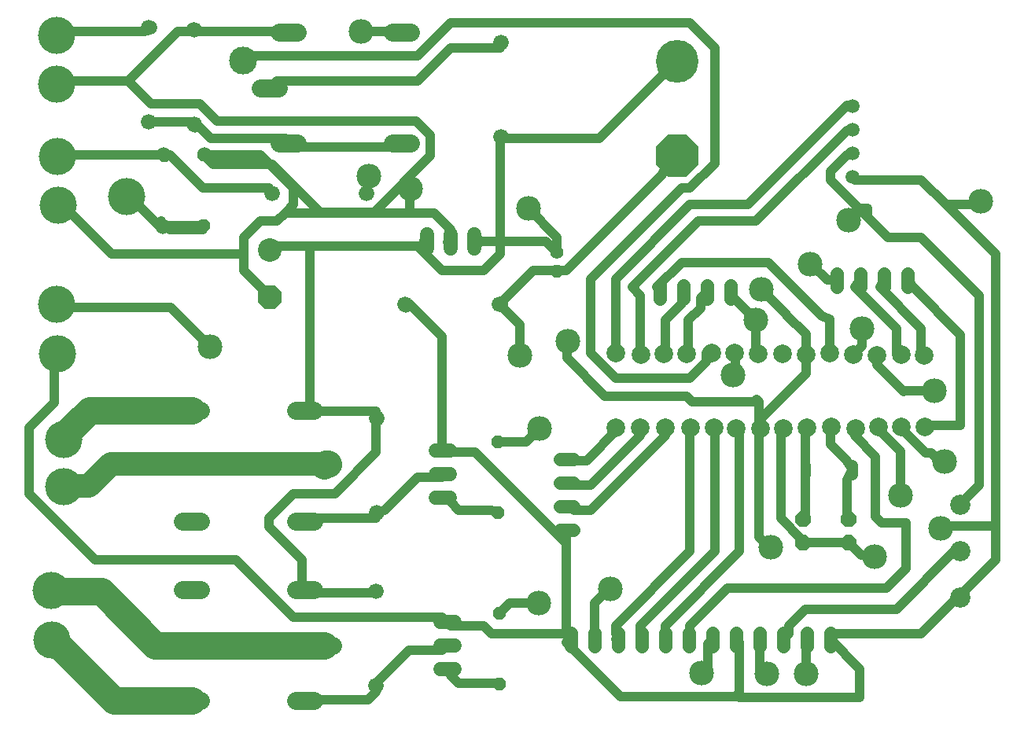
<source format=gbr>
G04 EAGLE Gerber RS-274X export*
G75*
%MOMM*%
%FSLAX34Y34*%
%LPD*%
%INBottom Copper*%
%IPPOS*%
%AMOC8*
5,1,8,0,0,1.08239X$1,22.5*%
G01*
%ADD10C,1.676400*%
%ADD11C,1.950000*%
%ADD12C,1.981200*%
%ADD13C,4.597400*%
%ADD14P,4.976180X8X292.500000*%
%ADD15C,1.524000*%
%ADD16P,1.539592X8X292.500000*%
%ADD17C,1.422400*%
%ADD18C,2.540000*%
%ADD19P,2.749271X8X292.500000*%
%ADD20R,1.298000X1.298000*%
%ADD21C,1.298000*%
%ADD22C,1.117600*%
%ADD23P,1.814519X8X292.500000*%
%ADD24C,1.508000*%
%ADD25C,1.422400*%
%ADD26P,1.429621X8X292.500000*%
%ADD27P,1.429621X8X112.500000*%
%ADD28C,2.184400*%
%ADD29C,1.016000*%
%ADD30C,2.667000*%
%ADD31C,3.000000*%
%ADD32C,2.540000*%
%ADD33C,4.000000*%
%ADD34C,3.000000*%
%ADD35C,1.206400*%
%ADD36C,2.000000*%
%ADD37C,1.000000*%
%ADD38C,1.500000*%


D10*
X226314Y813054D03*
X226314Y711454D03*
X359410Y634238D03*
X461010Y634238D03*
X275336Y810260D03*
X275336Y708660D03*
D11*
X127000Y803910D03*
X127000Y753110D03*
X127000Y673100D03*
X127000Y622300D03*
D12*
X346456Y748030D02*
X366268Y748030D01*
X366776Y688340D02*
X386588Y688340D01*
X386588Y807720D02*
X366776Y807720D01*
X488696Y807720D02*
X508508Y807720D01*
X508508Y688340D02*
X488696Y688340D01*
D13*
X795020Y776732D03*
D14*
X795020Y675132D03*
D10*
X605790Y797306D03*
X605790Y695706D03*
D15*
X526288Y590550D02*
X526288Y575310D01*
X551688Y575310D02*
X551688Y590550D01*
X577088Y590550D02*
X577088Y575310D01*
D16*
X666242Y550164D03*
D17*
X666242Y570484D03*
D18*
X356616Y573786D03*
D19*
X356616Y522986D03*
D20*
X731012Y381886D03*
D21*
X756412Y381886D03*
X781812Y381886D03*
X807212Y381886D03*
X832612Y381886D03*
X858012Y381886D03*
X883412Y381886D03*
X908812Y381886D03*
X934212Y381886D03*
X959612Y381886D03*
X985012Y381886D03*
X1010412Y381886D03*
X1035812Y381886D03*
X1061212Y381886D03*
X1061212Y460886D03*
X1035812Y460886D03*
X1010412Y460886D03*
X985012Y460886D03*
X959612Y460886D03*
X934212Y460886D03*
X908812Y460886D03*
X883412Y460886D03*
X858012Y460886D03*
X832612Y460886D03*
X807212Y460886D03*
X781812Y460886D03*
X756412Y460886D03*
X731012Y460886D03*
D10*
X502666Y515112D03*
X604266Y515112D03*
D22*
X984250Y342646D02*
X984250Y331470D01*
X933450Y331470D02*
X933450Y342646D01*
D23*
X979932Y283718D03*
X979932Y258318D03*
X930656Y283718D03*
X930656Y258318D03*
D24*
X984504Y728218D03*
X984504Y702818D03*
X984504Y677418D03*
X984504Y652018D03*
D25*
X960374Y161290D02*
X960374Y147066D01*
X934974Y147066D02*
X934974Y161290D01*
X909574Y161290D02*
X909574Y147066D01*
X884174Y147066D02*
X884174Y161290D01*
X858774Y161290D02*
X858774Y147066D01*
X807974Y147066D02*
X807974Y161290D01*
X833374Y161290D02*
X833374Y147066D01*
X680974Y147066D02*
X680974Y161290D01*
X782574Y161290D02*
X782574Y147066D01*
X757174Y147066D02*
X757174Y161290D01*
X731774Y161290D02*
X731774Y147066D01*
X706374Y147066D02*
X706374Y161290D01*
D11*
X129540Y464820D03*
X129540Y515620D03*
X131826Y369824D03*
X131826Y319024D03*
D12*
X405130Y341376D02*
X424942Y341376D01*
X404622Y401066D02*
X384810Y401066D01*
X384810Y281686D02*
X404622Y281686D01*
X282702Y281686D02*
X262890Y281686D01*
X262890Y401066D02*
X282702Y401066D01*
D26*
X601980Y367030D03*
X601980Y290830D03*
D10*
X472186Y290830D03*
X472186Y392430D03*
D15*
X535178Y306324D02*
X550418Y306324D01*
X550418Y331724D02*
X535178Y331724D01*
X535178Y357124D02*
X550418Y357124D01*
D27*
X285496Y599694D03*
X285496Y675894D03*
D26*
X243586Y675386D03*
X243586Y599186D03*
D11*
X122174Y154940D03*
X122174Y205740D03*
D12*
X405130Y147828D02*
X424942Y147828D01*
X404622Y207518D02*
X384810Y207518D01*
X384810Y88138D02*
X404622Y88138D01*
X282702Y88138D02*
X262890Y88138D01*
X262890Y207518D02*
X282702Y207518D01*
D10*
X471424Y104394D03*
X471424Y205994D03*
D15*
X540512Y122428D02*
X555752Y122428D01*
X555752Y147828D02*
X540512Y147828D01*
X540512Y173228D02*
X555752Y173228D01*
D26*
X604266Y182372D03*
X604266Y106172D03*
D25*
X669036Y272288D02*
X683260Y272288D01*
X683260Y297688D02*
X669036Y297688D01*
X669036Y323088D02*
X683260Y323088D01*
X683260Y348488D02*
X669036Y348488D01*
X966978Y533908D02*
X966978Y548132D01*
X992378Y548132D02*
X992378Y533908D01*
X1017778Y533908D02*
X1017778Y548132D01*
X1043178Y548132D02*
X1043178Y533908D01*
X852678Y535432D02*
X852678Y521208D01*
X827278Y521208D02*
X827278Y535432D01*
X801878Y535432D02*
X801878Y521208D01*
X776478Y521208D02*
X776478Y535432D01*
D28*
X1100074Y299174D03*
X1100074Y249174D03*
X1100074Y199174D03*
D29*
X222250Y808990D02*
X133350Y808990D01*
X222250Y808990D02*
X226314Y813054D01*
X133350Y808990D02*
X127000Y803910D01*
X133350Y675640D02*
X240030Y675640D01*
X243586Y675386D01*
X133350Y675640D02*
X127000Y673100D01*
X284480Y640080D02*
X355600Y640080D01*
X284480Y640080D02*
X248920Y675640D01*
X355600Y640080D02*
X359410Y634238D01*
X248920Y675640D02*
X243586Y675386D01*
X640080Y551180D02*
X666750Y551180D01*
X640080Y551180D02*
X604520Y515620D01*
X604266Y515112D01*
X666750Y551180D02*
X675640Y551180D01*
X779187Y654727D01*
X666750Y551180D02*
X666242Y550164D01*
X782997Y663109D02*
X795020Y675132D01*
X782997Y663109D02*
X779187Y654727D01*
X346710Y675640D02*
X284480Y675640D01*
X346710Y675640D02*
X382270Y640080D01*
X382270Y622300D01*
X373380Y613410D02*
X364490Y604520D01*
X373380Y613410D02*
X382270Y622300D01*
X364490Y604520D02*
X346710Y604520D01*
X328930Y586740D01*
X328930Y568960D02*
X328930Y551180D01*
X328930Y568960D02*
X328930Y586740D01*
X328930Y551180D02*
X355600Y524510D01*
X285496Y675894D02*
X284480Y675640D01*
X355600Y524510D02*
X356616Y522986D01*
X551180Y586740D02*
X551180Y595630D01*
X533400Y613410D01*
X507746Y613410D02*
X373380Y613410D01*
X507746Y613410D02*
X533400Y613410D01*
X551180Y586740D02*
X551688Y582930D01*
X373380Y808990D02*
X275590Y808990D01*
X373380Y808990D02*
X376682Y807720D01*
X127000Y753110D02*
X119152Y753110D01*
X257810Y808990D02*
X275590Y808990D01*
X257810Y808990D02*
X204470Y755650D01*
X133350Y755650D01*
X275590Y808990D02*
X275336Y810260D01*
X133350Y755650D02*
X127000Y753110D01*
X186690Y568960D02*
X328930Y568960D01*
X186690Y568960D02*
X133350Y622300D01*
X127000Y622300D01*
X604266Y515112D02*
X626110Y493268D01*
X626110Y460248D01*
D30*
X626110Y460248D03*
X508762Y639318D03*
D29*
X507746Y638302D01*
X507746Y613410D01*
X285496Y675894D02*
X284226Y675894D01*
X228854Y731266D02*
X204470Y755650D01*
X285496Y675894D02*
X285751Y675894D01*
X295954Y665691D02*
X359746Y665691D01*
X411011Y614426D01*
X295954Y665691D02*
X285751Y675894D01*
X411011Y614426D02*
X469216Y614426D01*
X529844Y675054D01*
X529844Y697178D01*
X514680Y712341D01*
X300505Y712341D01*
X281580Y731266D01*
X228854Y731266D01*
X231140Y711200D02*
X275590Y711200D01*
X231140Y711200D02*
X226314Y711454D01*
X293370Y693420D02*
X373380Y693420D01*
X293370Y693420D02*
X275590Y711200D01*
X373380Y693420D02*
X376682Y688340D01*
X275336Y708660D02*
X275590Y711200D01*
X382270Y684530D02*
X497840Y684530D01*
X498602Y688340D01*
X382270Y684530D02*
X376682Y688340D01*
X461010Y634238D02*
X461772Y635000D01*
X461772Y650494D01*
X463296Y652018D01*
X463296Y652780D01*
D30*
X463296Y652780D03*
X455422Y808482D03*
D29*
X497840Y808482D01*
X498602Y807720D01*
X551180Y791210D02*
X604520Y791210D01*
X551180Y791210D02*
X515620Y755650D01*
X364490Y755650D01*
X604520Y791210D02*
X605790Y797306D01*
X364490Y755650D02*
X356362Y748030D01*
X960120Y657860D02*
X977900Y675640D01*
X960120Y657860D02*
X960120Y648970D01*
X1000252Y608838D02*
X1022350Y586740D01*
X1000252Y608838D02*
X960120Y648970D01*
X1022350Y586740D02*
X1057910Y586740D01*
X1120140Y524510D01*
X1120140Y320040D01*
X1102360Y302260D01*
X984504Y677418D02*
X977900Y675640D01*
X1102360Y302260D02*
X1100074Y299174D01*
X883412Y264668D02*
X883412Y381886D01*
X891032Y257048D02*
X892048Y257048D01*
X895350Y253746D01*
X896366Y253746D01*
D30*
X896366Y253746D03*
X934466Y117094D03*
D29*
X934466Y153670D01*
X934974Y154178D01*
X891032Y257048D02*
X883412Y264668D01*
X706374Y193040D02*
X706374Y154178D01*
X706374Y193040D02*
X724154Y210820D01*
X724154Y209042D01*
X723646Y208534D01*
D30*
X723646Y208534D03*
D29*
X934212Y440423D02*
X934212Y460886D01*
X934212Y440423D02*
X883412Y389623D01*
X883412Y410086D01*
X883412Y389623D02*
X883412Y381886D01*
X883412Y410086D02*
X880748Y412750D01*
D30*
X635254Y617982D03*
D29*
X666242Y586994D01*
X666242Y570484D01*
X653796Y582930D01*
X577088Y582930D01*
X934212Y482356D02*
X934212Y460886D01*
X934212Y482356D02*
X913130Y503438D01*
X913130Y504190D01*
X886206Y531114D01*
D30*
X886206Y531114D03*
X979678Y605536D03*
D29*
X986790Y612648D02*
X987552Y612648D01*
X883412Y410086D02*
X811654Y410086D01*
X805688Y416052D01*
X717804Y416052D01*
X676656Y457200D02*
X676656Y475234D01*
X677672Y475234D01*
X677926Y475488D01*
D30*
X677926Y475488D03*
D29*
X676656Y457200D02*
X717804Y416052D01*
X979678Y605536D02*
X986790Y612648D01*
X992124Y617982D02*
X979678Y605536D01*
X992124Y617982D02*
X1000252Y617982D01*
X1000252Y608838D01*
X862330Y96520D02*
X862330Y91694D01*
X862330Y96520D02*
X862330Y142240D01*
X862330Y151130D01*
X862330Y91694D02*
X992124Y91694D01*
X992124Y122428D02*
X960374Y154178D01*
X992124Y122428D02*
X992124Y91694D01*
X862330Y151130D02*
X858774Y154178D01*
X986790Y648970D02*
X1057910Y648970D01*
X1084580Y622300D02*
X1137920Y568960D01*
X1084580Y622300D02*
X1057910Y648970D01*
X1137920Y276098D02*
X1137920Y240030D01*
X1137920Y276098D02*
X1137920Y568960D01*
X1137920Y240030D02*
X1102360Y204470D01*
X986790Y648970D02*
X984504Y652018D01*
X1102360Y204470D02*
X1100074Y199174D01*
X1057910Y160020D02*
X960120Y160020D01*
X1057910Y160020D02*
X1093470Y195580D01*
X960120Y160020D02*
X960374Y154178D01*
X1093470Y195580D02*
X1100074Y199174D01*
X542290Y364490D02*
X542290Y480060D01*
X506730Y515620D01*
X542290Y364490D02*
X542798Y357124D01*
X506730Y515620D02*
X502666Y515112D01*
X675640Y257810D02*
X675640Y160020D01*
X675640Y257810D02*
X675640Y266700D01*
X676148Y272288D01*
X586740Y168910D02*
X551180Y168910D01*
X586740Y168910D02*
X595630Y160020D01*
X675640Y160020D01*
X551180Y168910D02*
X548132Y173228D01*
X675640Y160020D02*
X680974Y154178D01*
X124460Y408940D02*
X124460Y462280D01*
X124460Y408940D02*
X97790Y382270D01*
X97790Y311150D01*
X168910Y240030D01*
X320040Y240030D01*
X382270Y177800D01*
X542290Y177800D01*
X129540Y464820D02*
X124460Y462280D01*
X542290Y177800D02*
X548132Y173228D01*
X551180Y355600D02*
X577850Y355600D01*
X675640Y257810D01*
X551180Y355600D02*
X542798Y357124D01*
X858012Y92202D02*
X862330Y96520D01*
X858012Y92202D02*
X734568Y92202D01*
X675640Y151130D01*
X858774Y154178D02*
X862330Y142240D01*
X680974Y154178D02*
X675640Y151130D01*
X906780Y284480D02*
X906780Y382270D01*
X906780Y284480D02*
X930448Y260812D01*
X908812Y381886D02*
X906780Y382270D01*
X930448Y260812D02*
X930656Y258318D01*
X979968Y258282D02*
X980948Y256540D01*
X979968Y258282D02*
X979932Y258318D01*
X980625Y258318D02*
X980948Y256540D01*
X980625Y258318D02*
X930656Y258318D01*
X880110Y497840D02*
X853440Y524510D01*
X880110Y462280D02*
X883412Y460886D01*
X853440Y524510D02*
X852678Y528320D01*
X957072Y541020D02*
X966978Y541020D01*
X939292Y557530D02*
X938784Y558038D01*
D30*
X938784Y558038D03*
D29*
X940562Y557530D02*
X957072Y541020D01*
X940562Y557530D02*
X939292Y557530D01*
D30*
X1122172Y626110D03*
D29*
X1118362Y622300D01*
X1084580Y622300D01*
X880110Y497840D02*
X880110Y462280D01*
D30*
X880110Y497840D03*
D29*
X979932Y258318D02*
X993394Y244856D01*
X1004316Y244856D01*
X1005586Y243586D01*
X1007618Y243586D01*
D30*
X1007618Y243586D03*
X1078992Y273812D03*
D29*
X1081278Y276098D01*
X1137920Y276098D01*
X933450Y337058D02*
X933450Y382270D01*
X934212Y381886D01*
X933450Y337058D02*
X933450Y285496D01*
X930656Y283718D01*
X977900Y288459D02*
X977900Y326475D01*
X984250Y337058D01*
X977900Y288459D02*
X979932Y283718D01*
X960120Y364490D02*
X960120Y382270D01*
X960120Y364490D02*
X977646Y346964D01*
X959612Y381886D02*
X960120Y382270D01*
X977646Y346964D02*
X984250Y337058D01*
X728980Y462280D02*
X728980Y542290D01*
X808990Y622300D01*
X871220Y622300D01*
X977900Y728980D01*
X731012Y460886D02*
X728980Y462280D01*
X977900Y728980D02*
X984504Y728218D01*
X755650Y524510D02*
X755650Y462280D01*
X755650Y524510D02*
X746760Y533400D01*
X817880Y604520D01*
X880110Y604520D01*
X977900Y702310D01*
X755650Y462280D02*
X756412Y460886D01*
X977900Y702310D02*
X984504Y702818D01*
X915670Y168910D02*
X915670Y160020D01*
X915670Y168910D02*
X933450Y186690D01*
X1031240Y186690D01*
X1093470Y248920D01*
X915670Y160020D02*
X909574Y154178D01*
X1093470Y248920D02*
X1100074Y249174D01*
X884174Y154178D02*
X884174Y122174D01*
X891794Y114554D01*
X891794Y117094D01*
D30*
X891794Y117094D03*
X1072134Y421894D03*
D29*
X1040638Y421894D01*
X1039368Y420624D01*
X1010412Y449580D01*
X1010412Y460886D01*
X833374Y154178D02*
X828040Y148844D01*
X828040Y124968D01*
X821944Y118872D01*
X821944Y117602D01*
D30*
X821944Y117602D03*
X994156Y488950D03*
D29*
X994156Y470030D01*
X985012Y460886D01*
X986790Y382270D02*
X986790Y373380D01*
X1009142Y351028D01*
X849630Y209550D02*
X808990Y168910D01*
X808990Y160020D01*
X985012Y381886D02*
X986790Y382270D01*
X808990Y160020D02*
X807974Y154178D01*
X1020826Y209550D02*
X1041654Y230378D01*
X1041654Y279400D01*
X1015746Y279400D01*
X1009142Y286004D02*
X1009142Y351028D01*
X1020826Y209550D02*
X849630Y209550D01*
X1009142Y286004D02*
X1015746Y279400D01*
X862330Y248920D02*
X862330Y382270D01*
X862330Y248920D02*
X782320Y168910D01*
X782320Y160020D01*
X858012Y381886D02*
X862330Y382270D01*
X782320Y160020D02*
X782574Y154178D01*
X835660Y248920D02*
X835660Y382270D01*
X835660Y248920D02*
X755650Y168910D01*
X755650Y160020D01*
X832612Y381886D02*
X835660Y382270D01*
X755650Y160020D02*
X757174Y154178D01*
X808990Y248920D02*
X808990Y382270D01*
X808990Y248920D02*
X728980Y168910D01*
X728980Y160020D01*
X807212Y381886D02*
X808990Y382270D01*
X728980Y160020D02*
X731774Y154178D01*
X858012Y440182D02*
X858012Y460886D01*
X856234Y438404D02*
X855472Y438404D01*
D30*
X855472Y438404D03*
X292354Y468884D03*
D29*
X249936Y511302D01*
X125222Y511302D01*
X123952Y511302D01*
X125222Y511302D02*
X129540Y515620D01*
X856234Y438404D02*
X858012Y440182D01*
D31*
X419100Y342900D02*
X416560Y342900D01*
X415036Y341376D01*
D32*
X162306Y319024D02*
X131826Y319024D01*
X186182Y342900D02*
X416560Y342900D01*
X186182Y342900D02*
X162306Y319024D01*
D31*
X131826Y369824D02*
X163068Y401066D01*
X272796Y401066D01*
D29*
X1035812Y381886D02*
X1062606Y355092D01*
X1068832Y355092D01*
X1077976Y345948D01*
X1083310Y345948D01*
D30*
X1083310Y345948D03*
X647192Y381000D03*
D29*
X633222Y367030D01*
X601980Y367030D01*
X595630Y293370D02*
X560070Y293370D01*
X551180Y302260D01*
X595630Y293370D02*
X601980Y290830D01*
X551180Y302260D02*
X542798Y306324D01*
X542290Y328930D02*
X515620Y328930D01*
X480060Y293370D01*
X542290Y328930D02*
X542798Y331724D01*
X480060Y293370D02*
X472186Y290830D01*
X471170Y284480D02*
X400050Y284480D01*
X394716Y281686D01*
X471170Y284480D02*
X472186Y290830D01*
X826770Y453390D02*
X826770Y462280D01*
X826770Y453390D02*
X808990Y435610D01*
X728980Y435610D01*
X702310Y462280D01*
X702310Y542290D01*
X800100Y640080D01*
X808990Y640080D01*
X835660Y666750D01*
X835660Y791210D01*
X808990Y817880D01*
X551180Y817880D01*
X515620Y782320D01*
X826770Y462280D02*
X832612Y460886D01*
X243586Y599186D02*
X240030Y604520D01*
X248920Y595630D02*
X284480Y595630D01*
X285496Y599694D01*
X248920Y595630D02*
X243586Y599186D01*
X237404Y599694D02*
X285496Y599694D01*
X206291Y630807D02*
X203124Y630807D01*
D33*
X203124Y630807D03*
D34*
X328071Y777395D03*
D29*
X332996Y782320D01*
X515620Y782320D01*
X237404Y599694D02*
X206291Y630807D01*
X506730Y142240D02*
X542290Y142240D01*
X506730Y142240D02*
X471170Y106680D01*
X542290Y142240D02*
X548132Y147828D01*
X471170Y106680D02*
X471424Y104394D01*
X462280Y88900D02*
X400050Y88900D01*
X462280Y88900D02*
X471170Y97790D01*
X400050Y88900D02*
X394716Y88138D01*
X471170Y97790D02*
X471424Y104394D01*
D31*
X175260Y205740D02*
X122174Y205740D01*
X233172Y147828D02*
X415036Y147828D01*
X233172Y147828D02*
X175260Y205740D01*
X122174Y154940D02*
X188976Y88138D01*
X272796Y88138D01*
D29*
X613410Y693420D02*
X711200Y693420D01*
X791210Y773430D01*
X613410Y693420D02*
X605790Y695706D01*
X791210Y773430D02*
X795020Y776732D01*
X400050Y577850D02*
X364490Y577850D01*
X400050Y577850D02*
X515620Y577850D01*
X524510Y577850D01*
X526288Y582930D01*
X364490Y577850D02*
X356616Y573786D01*
X400050Y204470D02*
X471170Y204470D01*
X471424Y205994D01*
X400050Y204470D02*
X394716Y207518D01*
X400050Y400050D02*
X471170Y400050D01*
X472186Y392430D01*
X400050Y400050D02*
X394716Y401066D01*
X391160Y240030D02*
X391160Y213360D01*
X391160Y240030D02*
X355600Y275590D01*
X355600Y284480D01*
X382270Y311150D01*
X426720Y311150D01*
X471170Y355600D01*
X471170Y391160D01*
X391160Y213360D02*
X394716Y207518D01*
X471170Y391160D02*
X472186Y392430D01*
X400050Y408940D02*
X400050Y577850D01*
X400050Y408940D02*
X394716Y401066D01*
X604520Y568960D02*
X604520Y693420D01*
X604520Y568960D02*
X586740Y551180D01*
X542290Y551180D01*
X515620Y577850D01*
X604520Y693420D02*
X605790Y695706D01*
X1010412Y381886D02*
X1035812Y356486D01*
X1035812Y309118D01*
D30*
X1035812Y309118D03*
X646430Y193294D03*
D29*
X615188Y193294D01*
X604266Y182372D01*
X604520Y106680D02*
X560070Y106680D01*
X551180Y115570D01*
X604266Y106172D02*
X604520Y106680D01*
X551180Y115570D02*
X548132Y122428D01*
X731012Y379984D02*
X731012Y381886D01*
X731012Y379984D02*
X697738Y346710D01*
X684530Y346710D01*
X676148Y348488D01*
X755650Y373380D02*
X755650Y382270D01*
X755650Y373380D02*
X702310Y320040D01*
X684530Y320040D01*
X755650Y382270D02*
X756412Y381886D01*
X684530Y320040D02*
X676148Y323088D01*
X782320Y373380D02*
X782320Y382270D01*
X782320Y373380D02*
X702310Y293370D01*
X684530Y293370D01*
X781812Y381886D02*
X782320Y382270D01*
X684530Y293370D02*
X676148Y297688D01*
X1100328Y384574D02*
X1100328Y482092D01*
X1049020Y533400D01*
X1043178Y541020D01*
X1063900Y384574D02*
X1100328Y384574D01*
X1063900Y384574D02*
X1061212Y381886D01*
X1057910Y462280D02*
X1057910Y488950D01*
X1013460Y533400D01*
X1057910Y462280D02*
X1061212Y460886D01*
X1013460Y533400D02*
X1017778Y541020D01*
X1031240Y488950D02*
X1031240Y462280D01*
X1031240Y488950D02*
X986790Y533400D01*
X1031240Y462280D02*
X1035812Y460886D01*
X986790Y533400D02*
X992378Y541020D01*
X827278Y528320D02*
X820420Y521462D01*
X807212Y497587D02*
X807212Y460886D01*
X820420Y510795D02*
X820420Y521462D01*
X820420Y510795D02*
X807212Y497587D01*
X782320Y497840D02*
X782320Y462280D01*
X782320Y497840D02*
X800100Y515620D01*
X800100Y524510D01*
X782320Y462280D02*
X781812Y460886D01*
X800100Y524510D02*
X801878Y528320D01*
X893318Y560070D02*
X951159Y502229D01*
X893318Y560070D02*
X800100Y560070D01*
X773430Y533400D01*
X959612Y499148D02*
X959612Y460886D01*
X959612Y499148D02*
X951159Y502229D01*
X776478Y528320D02*
X773430Y533400D01*
D35*
X960924Y153506D03*
X935611Y153506D03*
X909815Y154312D03*
X884280Y153946D03*
X858972Y153830D03*
X833315Y153714D03*
X808181Y153508D03*
X783103Y153341D03*
X757189Y153508D03*
X730606Y154009D03*
X705528Y153508D03*
X680729Y153269D03*
X676651Y271895D03*
X674966Y297664D03*
X676170Y322469D03*
X676651Y347516D03*
X548205Y172571D03*
X548373Y147278D03*
X548791Y121919D03*
X543083Y305803D03*
X542851Y330416D03*
X542521Y356142D03*
X776825Y527415D03*
X802831Y528378D03*
X827152Y528137D03*
X853640Y528137D03*
X966142Y540075D03*
X993191Y540075D03*
X1017813Y541116D03*
X1044169Y540075D03*
D36*
X1061301Y460189D03*
X1036391Y460690D03*
X1010142Y459520D03*
X985281Y460446D03*
X959508Y462072D03*
X934209Y460350D03*
X908727Y461554D03*
X909265Y461668D03*
X882536Y461428D03*
X857011Y462632D03*
X832450Y462632D03*
X805595Y461755D03*
X781317Y461956D03*
X756437Y460752D03*
X729751Y462157D03*
X729387Y381954D03*
X755393Y381954D03*
X783086Y382195D03*
X809574Y382436D03*
X835580Y382195D03*
X858693Y381592D03*
X884824Y381185D03*
X909795Y381293D03*
X935093Y381680D03*
X961406Y382551D03*
X987913Y381583D03*
X1012099Y382544D03*
X1036594Y383241D03*
X1062500Y382938D03*
D37*
X984563Y728409D03*
X984563Y702156D03*
X984897Y676905D03*
X984730Y651822D03*
X602365Y366641D03*
D33*
X127143Y804127D03*
X127143Y752348D03*
X128614Y674070D03*
X129158Y621311D03*
X127785Y514638D03*
X128617Y461342D03*
X134853Y369268D03*
X135353Y318800D03*
X121190Y206696D03*
X122568Y153408D03*
D38*
X227753Y812990D03*
X226254Y710554D03*
X276200Y707556D03*
X327644Y776013D03*
X377090Y806994D03*
X274702Y810991D03*
X500456Y808493D03*
X497459Y689068D03*
X374593Y688568D03*
X356113Y572141D03*
X358111Y523172D03*
X284191Y598624D03*
X241737Y597625D03*
X242237Y676576D03*
X286189Y676576D03*
X273957Y401294D03*
X395049Y401894D03*
X417829Y341910D03*
X393850Y281926D03*
X394072Y207870D03*
X417546Y147907D03*
X395071Y86945D03*
X271205Y86446D03*
X471987Y104435D03*
X471488Y204872D03*
X502953Y513464D03*
X605462Y514664D03*
X525733Y583646D03*
X550911Y581846D03*
X580285Y582446D03*
X795494Y777395D03*
X796093Y674822D03*
X605342Y695064D03*
X1122780Y626107D03*
M02*

</source>
